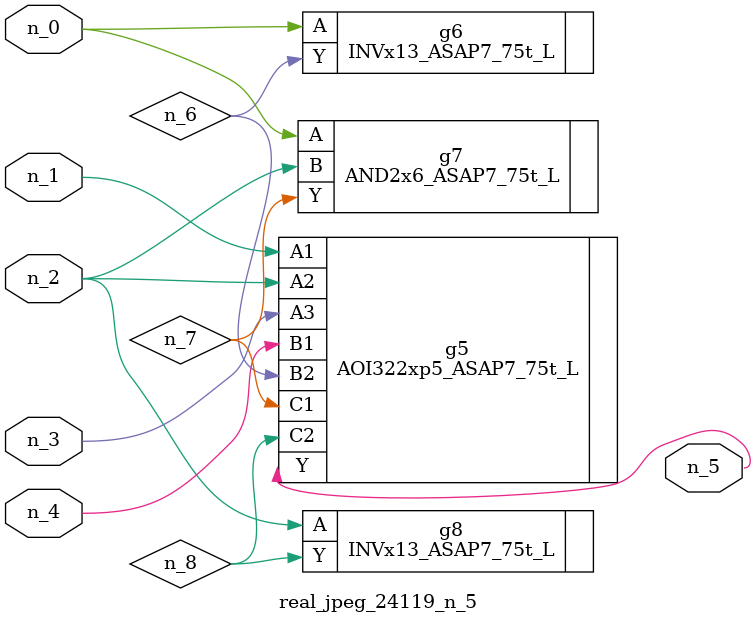
<source format=v>
module real_jpeg_24119_n_5 (n_4, n_0, n_1, n_2, n_3, n_5);

input n_4;
input n_0;
input n_1;
input n_2;
input n_3;

output n_5;

wire n_8;
wire n_6;
wire n_7;

INVx13_ASAP7_75t_L g6 ( 
.A(n_0),
.Y(n_6)
);

AND2x6_ASAP7_75t_L g7 ( 
.A(n_0),
.B(n_2),
.Y(n_7)
);

AOI322xp5_ASAP7_75t_L g5 ( 
.A1(n_1),
.A2(n_2),
.A3(n_3),
.B1(n_4),
.B2(n_6),
.C1(n_7),
.C2(n_8),
.Y(n_5)
);

INVx13_ASAP7_75t_L g8 ( 
.A(n_2),
.Y(n_8)
);


endmodule
</source>
